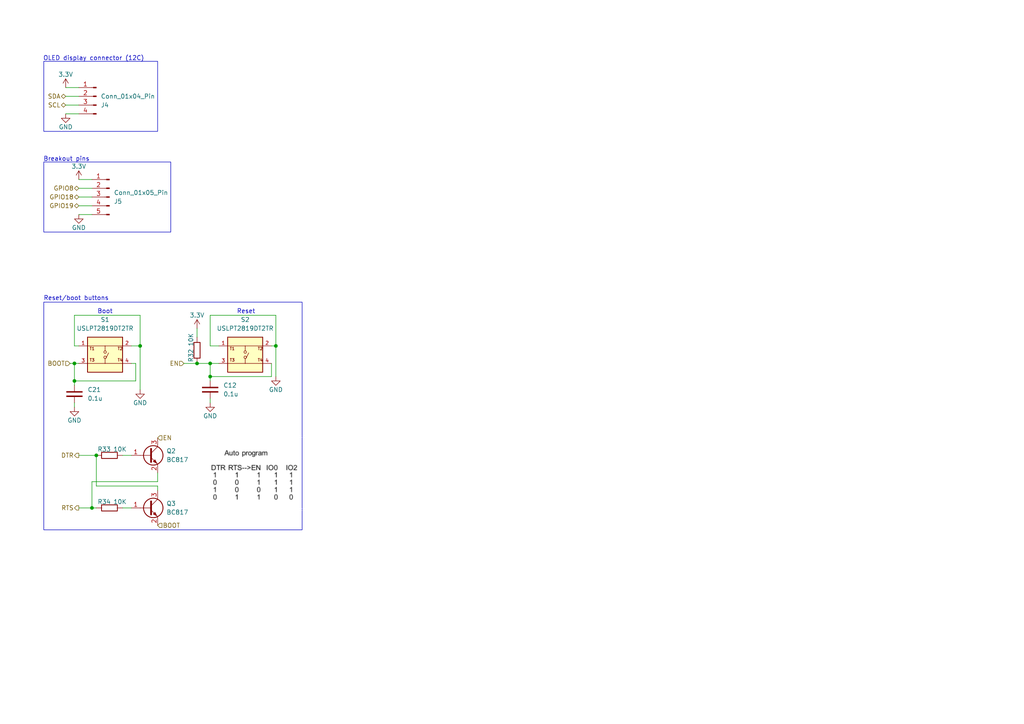
<source format=kicad_sch>
(kicad_sch (version 20250114) (generator "eeschema") (generator_version "9.0")
  (paper "A4")
  (title_block (title "User interface") (date "2025-12-22") (rev "v1") (company "JPIndustries") (comment 1 "Author: Jose Padilla"))
  (lib_symbols
    (symbol "Connector:Conn_01x04_Pin" (pin_names (offset 1.016) (hide yes))
      (property "Reference" "J" (at 0 5.08 0))
      (property "Value" "Conn_01x04_Pin" (at 0 -7.62 0))
      (symbol "Conn_01x04_Pin_1_1"
        (rectangle (start 0.8636 2.667) (end 0 2.413) (stroke (width 0.1524)) (fill (type outline)))
        (rectangle (start 0.8636 0.127) (end 0 -0.127) (stroke (width 0.1524)) (fill (type outline)))
        (rectangle (start 0.8636 -2.413) (end 0 -2.667) (stroke (width 0.1524)) (fill (type outline)))
        (rectangle (start 0.8636 -4.953) (end 0 -5.207) (stroke (width 0.1524)) (fill (type outline)))
        (polyline (pts (xy 1.27 2.54) (xy 0.8636 2.54)) (stroke (width 0.1524)))
        (polyline (pts (xy 1.27 0) (xy 0.8636 0)) (stroke (width 0.1524)))
        (polyline (pts (xy 1.27 -2.54) (xy 0.8636 -2.54)) (stroke (width 0.1524)))
        (polyline (pts (xy 1.27 -5.08) (xy 0.8636 -5.08)) (stroke (width 0.1524)))
        (pin passive line (at 5.08 2.54 180) (length 3.81) (name "Pin_1") (number "1"))
        (pin passive line (at 5.08 0 180) (length 3.81) (name "Pin_2") (number "2"))
        (pin passive line (at 5.08 -2.54 180) (length 3.81) (name "Pin_3") (number "3"))
        (pin passive line (at 5.08 -5.08 180) (length 3.81) (name "Pin_4") (number "4"))
      )
    )
    (symbol "Connector:Conn_01x05_Pin" (pin_names (offset 1.016) (hide yes))
      (property "Reference" "J" (at 0 7.62 0))
      (property "Value" "Conn_01x05_Pin" (at 0 -7.62 0))
      (symbol "Conn_01x05_Pin_1_1"
        (rectangle (start 0.8636 5.207) (end 0 4.953) (stroke (width 0.1524)) (fill (type outline)))
        (rectangle (start 0.8636 2.667) (end 0 2.413) (stroke (width 0.1524)) (fill (type outline)))
        (rectangle (start 0.8636 0.127) (end 0 -0.127) (stroke (width 0.1524)) (fill (type outline)))
        (rectangle (start 0.8636 -2.413) (end 0 -2.667) (stroke (width 0.1524)) (fill (type outline)))
        (rectangle (start 0.8636 -4.953) (end 0 -5.207) (stroke (width 0.1524)) (fill (type outline)))
        (polyline (pts (xy 1.27 5.08) (xy 0.8636 5.08)) (stroke (width 0.1524)))
        (polyline (pts (xy 1.27 2.54) (xy 0.8636 2.54)) (stroke (width 0.1524)))
        (polyline (pts (xy 1.27 0) (xy 0.8636 0)) (stroke (width 0.1524)))
        (polyline (pts (xy 1.27 -2.54) (xy 0.8636 -2.54)) (stroke (width 0.1524)))
        (polyline (pts (xy 1.27 -5.08) (xy 0.8636 -5.08)) (stroke (width 0.1524)))
        (pin passive line (at 5.08 5.08 180) (length 3.81) (name "Pin_1") (number "1"))
        (pin passive line (at 5.08 2.54 180) (length 3.81) (name "Pin_2") (number "2"))
        (pin passive line (at 5.08 0 180) (length 3.81) (name "Pin_3") (number "3"))
        (pin passive line (at 5.08 -2.54 180) (length 3.81) (name "Pin_4") (number "4"))
        (pin passive line (at 5.08 -5.08 180) (length 3.81) (name "Pin_5") (number "5"))
      )
    )
    (symbol "PCM_SL_Devices:Capacitor_NP"
      (property "Reference" "C" (at 0 6.35 0))
      (property "Value" "Capacitor_NP" (at 0 3.81 0))
      (symbol "Capacitor_NP_0_1"
        (rectangle (start -0.762 2.286) (end -0.508 -2.286) (fill (type outline)))
        (rectangle (start 0.508 2.286) (end 0.762 -2.286) (fill (type outline)))
      )
      (symbol "Capacitor_NP_1_1"
        (pin passive line (at -2.54 0 0) (length 2) (name "~") (number "1"))
        (pin input line (at 2.54 0 180) (length 2) (name "~") (number "2"))
      )
    )
    (symbol "PCM_SL_Resistors:Resistor"
      (property "Reference" "R" (at 0 5.08 0))
      (property "Value" "Resistor" (at 0 2.54 0))
      (symbol "Resistor_0_1"
        (rectangle (start -2.286 0.889) (end 2.286 -0.889) (stroke (width 0.24)))
      )
      (symbol "Resistor_1_1"
        (pin passive line (at -3.81 0 0) (length 1.5) (name "") (number "1"))
        (pin passive line (at 3.81 0 180) (length 1.5) (name "~") (number "2"))
      )
    )
    (symbol "PCM_SparkFun-PowerSymbol:3.3V" (power) (pin_names (offset 0))
      (property "Value" "3.3V" (at 0 3.81 0))
      (symbol "3.3V_0_1"
        (polyline (pts (xy -0.762 1.27) (xy 0 2.54)))
        (polyline (pts (xy 0 2.54) (xy 0.762 1.27)))
        (polyline (pts (xy 0 0) (xy 0 2.54)))
      )
      (symbol "3.3V_1_1"
        (pin power_in line (at 0 0 90) (length 0) (hide yes) (name "3.3V") (number "1"))
      )
    )
    (symbol "PCM_SparkFun-PowerSymbol:GND" (power) (pin_names (offset 0))
      (property "Value" "GND" (at 0 -3.81 0))
      (symbol "GND_0_1"
        (polyline (pts (xy 0 0) (xy 0 -1.27) (xy 1.27 -1.27) (xy 0 -2.54) (xy -1.27 -1.27) (xy 0 -1.27)))
      )
      (symbol "GND_1_1"
        (pin power_in line (at 0 0 270) (length 0) (hide yes) (name "GND") (number "1"))
      )
    )
    (symbol "Transistor_BJT:BC817" (pin_names (offset 0) (hide yes))
      (property "Reference" "Q" (at 5.08 1.905 0))
      (property "Value" "BC817" (at 5.08 0 0))
      (symbol "BC817_0_1"
        (polyline (pts (xy -2.54 0) (xy 0.635 0)))
        (polyline (pts (xy 0.635 1.905) (xy 0.635 -1.905)) (stroke (width 0.508)))
        (circle (center 1.27 0) (radius 2.8194) (stroke (width 0.254)))
      )
      (symbol "BC817_1_1"
        (polyline (pts (xy 0.635 0.635) (xy 2.54 2.54)))
        (polyline (pts (xy 0.635 -0.635) (xy 2.54 -2.54)))
        (polyline (pts (xy 1.27 -1.778) (xy 1.778 -1.27) (xy 2.286 -2.286) (xy 1.27 -1.778)) (fill (type outline)))
        (pin input line (at -5.08 0 0) (length 2.54) (name "B") (number "1"))
        (pin passive line (at 2.54 5.08 270) (length 2.54) (name "C") (number "3"))
        (pin passive line (at 2.54 -5.08 90) (length 2.54) (name "E") (number "2"))
      )
    )
    (symbol "USLPT2819DT2TR:USLPT2819DT2TR" (pin_names (offset 1.016))
      (property "Reference" "S" (at -5.08 5.08 0))
      (property "Value" "USLPT2819DT2TR" (at -5.08 -7.62 0))
      (symbol "USLPT2819DT2TR_0_0"
        (polyline (pts (xy -5.08 2.54) (xy 0 2.54)) (stroke (width 0.1524)))
        (polyline (pts (xy -5.08 -2.54) (xy 0 -2.54)) (stroke (width 0.1524)))
        (rectangle (start -5.08 -5.08) (end 5.08 5.08) (stroke (width 0.254)) (fill (type background)))
        (polyline (pts (xy 0 2.54) (xy 5.08 2.54)) (stroke (width 0.1524)))
        (polyline (pts (xy 0 1.143) (xy 0 2.54)) (stroke (width 0.1524)))
        (circle (center 0 0.762) (radius 0.3592) (stroke (width 0.1524)))
        (circle (center 0 -0.762) (radius 0.3592) (stroke (width 0.1524)))
        (polyline (pts (xy 0 -2.54) (xy 0 -1.143)) (stroke (width 0.1524)))
        (polyline (pts (xy 0 -2.54) (xy 5.08 -2.54)) (stroke (width 0.1524)))
        (polyline (pts (xy 0.254 -1.016) (xy 1.016 0.508)) (stroke (width 0.1524)))
        (text "T1" (at -4.572 1.27 0) (effects (font (size 0.8128 0.8128)) (justify left bottom)))
        (text "T3" (at -4.572 -2.032 0) (effects (font (size 0.8128 0.8128)) (justify left bottom)))
        (text "T2" (at 3.556 1.27 0) (effects (font (size 0.8128 0.8128)) (justify left bottom)))
        (text "T4" (at 3.556 -2.032 0) (effects (font (size 0.8128 0.8128)) (justify left bottom)))
        (pin passive line (at -7.62 2.54 0) (length 2.54) (name "~") (number "1"))
        (pin passive line (at -7.62 -2.54 0) (length 2.54) (name "~") (number "3"))
        (pin passive line (at 7.62 2.54 180) (length 2.54) (name "~") (number "2"))
        (pin passive line (at 7.62 -2.54 180) (length 2.54) (name "~") (number "4"))
      )
    )
  )
  (rectangle (start 12.7 17.78) (end 45.72 38.1))
  (rectangle (start 12.7 46.99) (end 49.53 67.31))
  (rectangle (start 12.7 87.63) (end 87.63 153.67))
  (text "OLED display connector (12C)\n" (at 27.178 17.018 0) (effects (font (size 1.27 1.27))))
  (text "Breakout pins" (at 19.304 46.228 0) (effects (font (size 1.27 1.27))))
  (text "Boot\n" (at 30.48 90.424 0) (effects (font (size 1.27 1.27))))
  (text "Reset/boot buttons\n" (at 22.098 86.614 0) (effects (font (size 1.27 1.27))))
  (text "Reset\n" (at 71.374 90.424 0) (effects (font (size 1.27 1.27))))
  (junction (at 60.96 109.22))
  (junction (at 60.96 105.41))
  (junction (at 21.59 110.49))
  (junction (at 40.64 100.33))
  (junction (at 57.15 105.41))
  (junction (at 26.67 147.32))
  (junction (at 80.01 100.33))
  (junction (at 27.94 132.08))
  (junction (at 21.59 105.41))
  (wire (pts (xy 38.1 105.41) (xy 39.37 105.41)))
  (wire (pts (xy 60.96 105.41) (xy 63.5 105.41)))
  (wire (pts (xy 19.05 27.94) (xy 22.86 27.94)))
  (wire (pts (xy 60.96 110.49) (xy 60.96 109.22)))
  (wire (pts (xy 35.56 147.32) (xy 38.1 147.32)))
  (wire (pts (xy 63.5 100.33) (xy 60.96 100.33)))
  (wire (pts (xy 53.34 105.41) (xy 57.15 105.41)))
  (wire (pts (xy 26.67 139.7) (xy 26.67 147.32)))
  (wire (pts (xy 40.64 100.33) (xy 38.1 100.33)))
  (wire (pts (xy 45.72 139.7) (xy 26.67 139.7)))
  (wire (pts (xy 22.86 57.15) (xy 26.67 57.15)))
  (wire (pts (xy 22.86 132.08) (xy 27.94 132.08)))
  (wire (pts (xy 21.59 105.41) (xy 22.86 105.41)))
  (wire (pts (xy 60.96 105.41) (xy 60.96 109.22)))
  (wire (pts (xy 78.74 109.22) (xy 60.96 109.22)))
  (wire (pts (xy 22.86 54.61) (xy 26.67 54.61)))
  (wire (pts (xy 60.96 116.84) (xy 60.96 115.57)))
  (wire (pts (xy 78.74 105.41) (xy 78.74 109.22)))
  (wire (pts (xy 22.86 52.07) (xy 26.67 52.07)))
  (wire (pts (xy 21.59 116.84) (xy 21.59 118.11)))
  (wire (pts (xy 22.86 59.69) (xy 26.67 59.69)))
  (wire (pts (xy 80.01 91.44) (xy 80.01 100.33)))
  (wire (pts (xy 26.67 147.32) (xy 27.94 147.32)))
  (wire (pts (xy 21.59 105.41) (xy 21.59 110.49)))
  (wire (pts (xy 21.59 110.49) (xy 21.59 111.76)))
  (wire (pts (xy 39.37 105.41) (xy 39.37 110.49)))
  (wire (pts (xy 20.32 105.41) (xy 21.59 105.41)))
  (wire (pts (xy 27.94 132.08) (xy 27.94 140.97)))
  (wire (pts (xy 21.59 91.44) (xy 40.64 91.44)))
  (wire (pts (xy 21.59 100.33) (xy 21.59 91.44)))
  (wire (pts (xy 60.96 100.33) (xy 60.96 91.44)))
  (wire (pts (xy 45.72 137.16) (xy 45.72 139.7)))
  (wire (pts (xy 35.56 132.08) (xy 38.1 132.08)))
  (wire (pts (xy 80.01 100.33) (xy 78.74 100.33)))
  (wire (pts (xy 27.94 140.97) (xy 45.72 140.97)))
  (wire (pts (xy 19.05 25.4) (xy 22.86 25.4)))
  (wire (pts (xy 22.86 147.32) (xy 26.67 147.32)))
  (wire (pts (xy 80.01 100.33) (xy 80.01 109.22)))
  (wire (pts (xy 40.64 91.44) (xy 40.64 100.33)))
  (wire (pts (xy 22.86 62.23) (xy 26.67 62.23)))
  (wire (pts (xy 19.05 33.02) (xy 22.86 33.02)))
  (wire (pts (xy 45.72 140.97) (xy 45.72 142.24)))
  (wire (pts (xy 40.64 100.33) (xy 40.64 113.03)))
  (wire (pts (xy 57.15 95.25) (xy 57.15 97.79)))
  (wire (pts (xy 39.37 110.49) (xy 21.59 110.49)))
  (wire (pts (xy 22.86 100.33) (xy 21.59 100.33)))
  (wire (pts (xy 19.05 30.48) (xy 22.86 30.48)))
  (wire (pts (xy 57.15 105.41) (xy 60.96 105.41)))
  (wire (pts (xy 60.96 91.44) (xy 80.01 91.44)))
  (image (at 73.66 137.16) (scale 1.9078))
  (hierarchical_label "SDA" (shape bidirectional) (at 19.05 27.94 180))
  (hierarchical_label "GPIO8" (shape bidirectional) (at 22.86 54.61 180))
  (hierarchical_label "DTR" (shape output) (at 22.86 132.08 180))
  (hierarchical_label "SCL" (shape bidirectional) (at 19.05 30.48 180))
  (hierarchical_label "EN" (shape input) (at 53.34 105.41 180))
  (hierarchical_label "EN" (shape input) (at 45.72 127 0))
  (hierarchical_label "RTS" (shape output) (at 22.86 147.32 180))
  (hierarchical_label "BOOT" (shape input) (at 45.72 152.4 0))
  (hierarchical_label "BOOT" (shape input) (at 20.32 105.41 180))
  (hierarchical_label "GPIO19" (shape bidirectional) (at 22.86 59.69 180))
  (hierarchical_label "GPIO18" (shape bidirectional) (at 22.86 57.15 180))
  (symbol (lib_id "Transistor_BJT:BC817") (at 43.18 147.32 0) (unit 1)
    (property "Reference" "Q3" (at 48.26 146.0499 0) (effects (justify left)))
    (property "Value" "BC817" (at 48.26 148.5899 0) (effects (justify left)))
    (property "Footprint" "Package_TO_SOT_SMD:SOT-23" (effects (hide yes)))
    (property "Datasheet" "https://www.onsemi.com/pub/Collateral/BC818-D.pdf" (effects (hide yes)))
    (property "Description" "0.8A Ic, 45V Vce, NPN Transistor, SOT-23" (effects (hide yes)))
  )
  (symbol (lib_id "Connector:Conn_01x04_Pin") (at 27.94 27.94 0) (mirror y) (unit 1)
    (property "Reference" "J4" (at 29.21 30.4801 0) (effects (justify right)))
    (property "Value" "Conn_01x04_Pin" (at 29.21 27.9401 0) (effects (justify right)))
    (property "Footprint" "Connector_PinHeader_2.54mm:PinHeader_1x04_P2.54mm_Vertical" (effects (hide yes)))
    (property "Description" "Generic connector, single row, 01x04, script generated" (effects (hide yes)))
  )
  (symbol (lib_id "PCM_SL_Resistors:Resistor") (at 31.75 147.32 0) (unit 1)
    (property "Reference" "R34" (at 30.226 145.542 0))
    (property "Value" "10K" (at 34.798 145.542 0))
    (property "Footprint" "Resistor_SMD:R_0805_2012Metric" (effects (hide yes)))
    (property "Description" "1/4W Resistor" (effects (hide yes)))
  )
  (symbol (lib_id "Connector:Conn_01x05_Pin") (at 31.75 57.15 0) (mirror y) (unit 1)
    (property "Reference" "J5" (at 33.02 58.4201 0) (effects (justify right)))
    (property "Value" "Conn_01x05_Pin" (at 33.02 55.8801 0) (effects (justify right)))
    (property "Footprint" "Connector_PinHeader_2.54mm:PinHeader_1x05_P2.54mm_Vertical" (effects (hide yes)))
    (property "Description" "Generic connector, single row, 01x05, script generated" (effects (hide yes)))
  )
  (symbol (lib_id "PCM_SparkFun-PowerSymbol:3.3V") (at 22.86 52.07 0) (unit 1)
    (property "Reference" "#PWR048" (effects (hide yes)))
    (property "Value" "3.3V" (at 22.86 48.26 0))
    (property "Description" "Power symbol creates a global label with name \"3.3V\"" (effects (hide yes)))
  )
  (symbol (lib_id "PCM_SL_Devices:Capacitor_NP") (at 21.59 114.3 270) (unit 1)
    (property "Reference" "C21" (at 25.4 113.0299 90) (effects (justify left)))
    (property "Value" "0.1u" (at 25.4 115.5699 90) (effects (justify left)))
    (property "Footprint" "Capacitor_SMD:C_0805_2012Metric" (effects (hide yes)))
    (property "Description" "Unpolarized Capacitor" (effects (hide yes)))
  )
  (symbol (lib_id "PCM_SparkFun-PowerSymbol:GND") (at 19.05 33.02 0) (unit 1)
    (property "Reference" "#PWR049" (effects (hide yes)))
    (property "Value" "GND" (at 19.05 36.83 0))
    (property "Description" "Power symbol creates a global label with name \"GND\" , ground" (effects (hide yes)))
  )
  (symbol (lib_id "USLPT2819DT2TR:USLPT2819DT2TR") (at 71.12 102.87 0) (unit 1)
    (property "Reference" "S2" (at 71.12 92.71 0))
    (property "Value" "USLPT2819DT2TR" (at 71.12 95.25 0))
    (property "Footprint" "esp32_manager_project:SW_USLPT2819DT2TR" (effects (hide yes)))
    (property "MF" "TE Connectivity" (effects (hide yes)))
    (property "Description_1" "Tactile Switch SPST-NO Top Actuated Surface Mount" (effects (hide yes)))
    (property "Package" "None" (effects (hide yes)))
    (property "Price" "None" (effects (hide yes)))
    (property "Check_prices" "https://www.snapeda.com/parts/USLPT2819DT2TR/TE+Connectivity+ALCOSWITCH+Switches/view-part/?ref=eda" (effects (hide yes)))
    (property "STANDARD" "Manufacturer Recommendations" (effects (hide yes)))
    (property "PARTREV" "P" (effects (hide yes)))
    (property "SnapEDA_Link" "https://www.snapeda.com/parts/USLPT2819DT2TR/TE+Connectivity+ALCOSWITCH+Switches/view-part/?ref=snap" (effects (hide yes)))
    (property "MP" "USLPT2819DT2TR" (effects (hide yes)))
    (property "Availability" "In Stock" (effects (hide yes)))
    (property "MANUFACTURER" "TE CONNECTIVITY" (effects (hide yes)))
  )
  (symbol (lib_id "PCM_SparkFun-PowerSymbol:3.3V") (at 19.05 25.4 0) (unit 1)
    (property "Reference" "#PWR047" (effects (hide yes)))
    (property "Value" "3.3V" (at 19.05 21.59 0))
    (property "Description" "Power symbol creates a global label with name \"3.3V\"" (effects (hide yes)))
  )
  (symbol (lib_id "PCM_SL_Devices:Capacitor_NP") (at 60.96 113.03 270) (unit 1)
    (property "Reference" "C12" (at 64.77 111.7599 90) (effects (justify left)))
    (property "Value" "0.1u" (at 64.77 114.2999 90) (effects (justify left)))
    (property "Footprint" "Capacitor_SMD:C_0805_2012Metric" (effects (hide yes)))
    (property "Description" "Unpolarized Capacitor" (effects (hide yes)))
  )
  (symbol (lib_id "PCM_SparkFun-PowerSymbol:GND") (at 22.86 62.23 0) (unit 1)
    (property "Reference" "#PWR050" (effects (hide yes)))
    (property "Value" "GND" (at 22.86 66.04 0))
    (property "Description" "Power symbol creates a global label with name \"GND\" , ground" (effects (hide yes)))
  )
  (symbol (lib_id "PCM_SparkFun-PowerSymbol:GND") (at 21.59 118.11 0) (unit 1)
    (property "Reference" "#PWR051" (effects (hide yes)))
    (property "Value" "GND" (at 21.59 121.92 0))
    (property "Description" "Power symbol creates a global label with name \"GND\" , ground" (effects (hide yes)))
  )
  (symbol (lib_id "PCM_SparkFun-PowerSymbol:GND") (at 80.01 109.22 0) (unit 1)
    (property "Reference" "#PWR053" (effects (hide yes)))
    (property "Value" "GND" (at 80.01 113.03 0))
    (property "Description" "Power symbol creates a global label with name \"GND\" , ground" (effects (hide yes)))
  )
  (symbol (lib_id "PCM_SparkFun-PowerSymbol:3.3V") (at 57.15 95.25 0) (unit 1)
    (property "Reference" "#PWR055" (effects (hide yes)))
    (property "Value" "3.3V" (at 57.15 91.44 0))
    (property "Description" "Power symbol creates a global label with name \"3.3V\"" (effects (hide yes)))
  )
  (symbol (lib_id "PCM_SL_Resistors:Resistor") (at 57.15 101.6 90) (unit 1)
    (property "Reference" "R32" (at 55.372 103.124 0))
    (property "Value" "10K" (at 55.372 98.552 0))
    (property "Footprint" "Resistor_SMD:R_0805_2012Metric" (effects (hide yes)))
    (property "Description" "1/4W Resistor" (effects (hide yes)))
  )
  (symbol (lib_id "PCM_SparkFun-PowerSymbol:GND") (at 40.64 113.03 0) (unit 1)
    (property "Reference" "#PWR052" (effects (hide yes)))
    (property "Value" "GND" (at 40.64 116.84 0))
    (property "Description" "Power symbol creates a global label with name \"GND\" , ground" (effects (hide yes)))
  )
  (symbol (lib_id "Transistor_BJT:BC817") (at 43.18 132.08 0) (unit 1)
    (property "Reference" "Q2" (at 48.26 130.8099 0) (effects (justify left)))
    (property "Value" "BC817" (at 48.26 133.3499 0) (effects (justify left)))
    (property "Footprint" "Package_TO_SOT_SMD:SOT-23" (effects (hide yes)))
    (property "Datasheet" "https://www.onsemi.com/pub/Collateral/BC818-D.pdf" (effects (hide yes)))
    (property "Description" "0.8A Ic, 45V Vce, NPN Transistor, SOT-23" (effects (hide yes)))
  )
  (symbol (lib_id "PCM_SparkFun-PowerSymbol:GND") (at 60.96 116.84 0) (unit 1)
    (property "Reference" "#PWR054" (effects (hide yes)))
    (property "Value" "GND" (at 60.96 120.65 0))
    (property "Description" "Power symbol creates a global label with name \"GND\" , ground" (effects (hide yes)))
  )
  (symbol (lib_id "USLPT2819DT2TR:USLPT2819DT2TR") (at 30.48 102.87 0) (unit 1)
    (property "Reference" "S1" (at 30.48 92.71 0))
    (property "Value" "USLPT2819DT2TR" (at 30.48 95.25 0))
    (property "Footprint" "esp32_manager_project:SW_USLPT2819DT2TR" (effects (hide yes)))
    (property "MF" "TE Connectivity" (effects (hide yes)))
    (property "Description_1" "Tactile Switch SPST-NO Top Actuated Surface Mount" (effects (hide yes)))
    (property "Package" "None" (effects (hide yes)))
    (property "Price" "None" (effects (hide yes)))
    (property "Check_prices" "https://www.snapeda.com/parts/USLPT2819DT2TR/TE+Connectivity+ALCOSWITCH+Switches/view-part/?ref=eda" (effects (hide yes)))
    (property "STANDARD" "Manufacturer Recommendations" (effects (hide yes)))
    (property "PARTREV" "P" (effects (hide yes)))
    (property "SnapEDA_Link" "https://www.snapeda.com/parts/USLPT2819DT2TR/TE+Connectivity+ALCOSWITCH+Switches/view-part/?ref=snap" (effects (hide yes)))
    (property "MP" "USLPT2819DT2TR" (effects (hide yes)))
    (property "Availability" "In Stock" (effects (hide yes)))
    (property "MANUFACTURER" "TE CONNECTIVITY" (effects (hide yes)))
  )
  (symbol (lib_id "PCM_SL_Resistors:Resistor") (at 31.75 132.08 0) (unit 1)
    (property "Reference" "R33" (at 30.226 130.302 0))
    (property "Value" "10K" (at 34.798 130.302 0))
    (property "Footprint" "Resistor_SMD:R_0805_2012Metric" (effects (hide yes)))
    (property "Description" "1/4W Resistor" (effects (hide yes)))
  )
)
</source>
